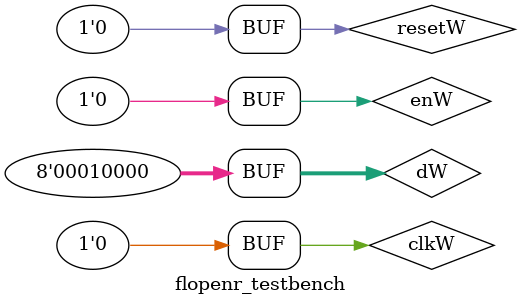
<source format=sv>

module flopenr #(parameter WIDTH = 8)(
					  input logic clk, reset, en,
					  input logic [WIDTH-1:0] d,
					  output logic [WIDTH-1:0] q
		);
		
		always_ff @(posedge clk, posedge reset)
			if (reset) q <= 0;
			else if (en) q <= d;
endmodule

module flopenr_testbench;

		  logic clkW; 
		  logic resetW; 
		  logic enW;
		  logic [7:0] dW;
		  logic [7:0] qW;

	flopenr#(8) flipen_test(
				.clk(clkW), 
				.reset(resetW), 
				.en(enW),
				.d(dW),
				.q(qW)
		);


initial begin
	resetW <= 1;
	#2;
	resetW <= 0;
	#8;
	enW <= 1;
	dW <= 4;
	#10;
	enW <= 1;
	dW <= 8;
	#10;
	enW <= 0;
	dW <= 12;
	#10;
	enW <= 1;
	dW <= 16;
	#10;
	enW <= 0;
	#10;
	resetW <= 1;
	#2;
	resetW <= 0;
	#8;
	
	

end

always begin
	clkW <= 1; #5; clkW <= 0; #5;
end

endmodule
</source>
